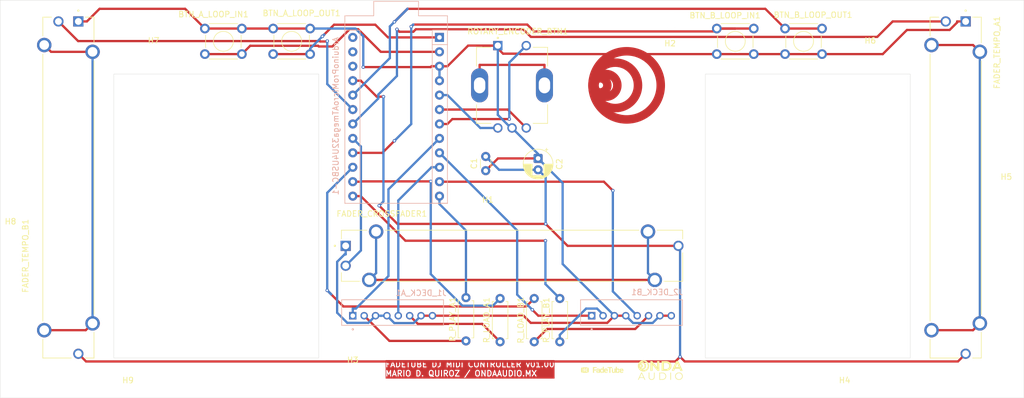
<source format=kicad_pcb>
(kicad_pcb (version 20241229) (generator "pcbnew") (generator_version "9.0")
  (layers (0 "F.Cu" signal) (2 "B.Cu" signal) (13 "F.Paste" user) (15 "B.Paste" user) (5 "F.SilkS" user "F.Silkscreen") (7 "B.SilkS" user "B.Silkscreen") (1 "F.Mask" user) (3 "B.Mask" user) (25 "Edge.Cuts" user))
  (net 0 "")
  (net 1 "GND")
  (net 2 "Net-(ROTARY_ENCODER_BTN1-SHIELD-PadSH1)")
  (net 3 "Net-(J1_DECK_A1-Pad6)")
  (net 4 "Net-(J1_DECK_A1-Pad2)")
  (net 5 "Net-(J2_DECK_B1-Pad2)")
  (net 6 "Net-(J2_DECK_B1-Pad6)")
  (net 7 "Net-(ArduinoProMicroATmega32U4USBC-1-D14)")
  (net 8 "Net-(ArduinoProMicroATmega32U4USBC-1-D20{slash}A2)")
  (net 9 "Net-(ArduinoProMicroATmega32U4USBC-1-D2)")
  (net 11 "Net-(ArduinoProMicroATmega32U4USBC-1-D18{slash}A0)")
  (net 12 "Net-(ArduinoProMicroATmega32U4USBC-1-D16)")
  (net 13 "Net-(ArduinoProMicroATmega32U4USBC-1-D7)")
  (net 14 "Net-(ArduinoProMicroATmega32U4USBC-1-D4{slash}A6)")
  (net 15 "Net-(ArduinoProMicroATmega32U4USBC-1-~D5)")
  (net 16 "Net-(ArduinoProMicroATmega32U4USBC-1-~D6{slash}A7)")
  (net 17 "Net-(ArduinoProMicroATmega32U4USBC-1-~D9{slash}A9)")
  (net 18 "Net-(ArduinoProMicroATmega32U4USBC-1-~D3)")
  (net 19 "Net-(ArduinoProMicroATmega32U4USBC-1-D19{slash}A1)")
  (net 20 "Net-(ArduinoProMicroATmega32U4USBC-1-~D10{slash}A10)")
  (net 21 "Net-(ArduinoProMicroATmega32U4USBC-1-VCC)")
  (net 23 "Net-(ArduinoProMicroATmega32U4USBC-1-D8{slash}A8)")
  (net 25 "Net-(ArduinoProMicroATmega32U4USBC-1-D0{slash}RX)")
  (net 26 "Net-(ArduinoProMicroATmega32U4USBC-1-D15)")
  (net 27 "Net-(ArduinoProMicroATmega32U4USBC-1-D1{slash}TX)")
  (net 28 "Net-(ArduinoProMicroATmega32U4USBC-1-D21{slash}A3)")
  (net 29 "Net-(FADER_CROSSFADER1-SHIELD-PadSH1)")
  (net 30 "Net-(FADER_TEMPO_A1-SHIELD-PadSH1)")
  (net 31 "Net-(FADER_TEMPO_B1-SHIELD-PadSH1)")
  (footprint "Capacitor_THT:C_Disc_D3.0mm_W1.6mm_P2.50mm" (layer "F.Cu") (at -4.63 -4.98 90)
    (property "Reference" "C1" (at 1.25 -2.05 90) (layer "F.SilkS"))
    (property "Value" "0.1 µF")
    (pad "1" thru_hole circle (at 0 0 90) (size 1.6 1.6) (drill 0.8) (layers "*.Cu" "*.Mask") (net 1 "GND"))
    (pad "2" thru_hole circle (at 2.5 0 90) (size 1.6 1.6) (drill 0.8) (layers "*.Cu" "*.Mask") (net 21 "Net-(ArduinoProMicroATmega32U4USBC-1-VCC)"))
  )
  (footprint "FADETUBE_LIBRARY:XDCR_PEC11R-4220K-S0024" (layer "F.Cu") (at 0 -20)
    (property "Reference" "ROTARY_ENCODER_BTN1" (at 1 -9.5 0) (layer "F.SilkS"))
    (property "Value" "PEC11R-4220K-S0024 10k")
    (pad "1" thru_hole rect (at -2.5 -7) (size 1.65 1.65) (drill 1.1) (layers "*.Cu" "*.Mask") (net 1 "GND"))
    (pad "2" thru_hole circle (at 2.5 -7) (size 1.65 1.65) (drill 1.1) (layers "*.Cu" "*.Mask") (net 14 "Net-(ArduinoProMicroATmega32U4USBC-1-D4{slash}A6)"))
    (pad "A" thru_hole circle (at -2.5 7.5) (size 1.65 1.65) (drill 1.1) (layers "*.Cu" "*.Mask") (net 9 "Net-(ArduinoProMicroATmega32U4USBC-1-D2)"))
    (pad "B" thru_hole circle (at 2.5 7.5) (size 1.65 1.65) (drill 1.1) (layers "*.Cu" "*.Mask") (net 18 "Net-(ArduinoProMicroATmega32U4USBC-1-~D3)"))
    (pad "C" thru_hole circle (at 0 7.5) (size 1.65 1.65) (drill 1.1) (layers "*.Cu" "*.Mask") (net 1 "GND"))
    (pad "SH1" thru_hole oval (at -5.7 0) (size 3 6) (drill oval 2 2.8) (layers "*.Cu" "*.Mask") (net 2 "Net-(ROTARY_ENCODER_BTN1-SHIELD-PadSH1)"))
    (pad "SH2" thru_hole oval (at 5.7 0) (size 3 6) (drill oval 2 2.8) (layers "*.Cu" "*.Mask") (net 2 "Net-(ROTARY_ENCODER_BTN1-SHIELD-PadSH1)"))
  )
  (footprint "MountingHole:MountingHole_2.2mm_M2" (layer "F.Cu") (at -28 31.5)
    (property "Reference" "H3" (at 0 -3.15 0) (layer "F.SilkS"))
    (property "Value" "3")
    (pad "" np_thru_hole circle (at 0 0) (size 2.2 2.2) (drill 2.2) (layers "*.Cu" "*.Mask"))
  )
  (footprint "Capacitor_THT:CP_Radial_D5.0mm_P2.00mm" (layer "F.Cu") (at 4.58 -7.1351 -90)
    (property "Reference" "C2" (at 1 -3.75 90) (layer "F.SilkS"))
    (property "Value" "10 µF")
    (pad "1" thru_hole roundrect (at 0 0 270) (size 1.6 1.6) (drill 0.8) (layers "*.Cu" "*.Mask") (roundrect_rratio 0.15625) (net 1 "GND"))
    (pad "2" thru_hole circle (at 2 0 270) (size 1.6 1.6) (drill 0.8) (layers "*.Cu" "*.Mask") (net 21 "Net-(ArduinoProMicroATmega32U4USBC-1-VCC)"))
  )
  (footprint "Button_Switch_THT:SW_TH_Tactile_Omron_B3F-107x" (layer "F.Cu") (at 36 -30)
    (property "Reference" "BTN_B_LOOP_IN1" (at 1.45 -2.3 0) (layer "F.SilkS"))
    (property "Value" "SW_Push_Open")
    (pad "1" thru_hole circle (at 0 0) (size 1.7 1.7) (drill 1) (layers "*.Cu" "*.Mask") (net 26 "Net-(ArduinoProMicroATmega32U4USBC-1-D15)"))
    (pad "1" thru_hole circle (at 6.5 0) (size 1.7 1.7) (drill 1) (layers "*.Cu" "*.Mask") (net 26 "Net-(ArduinoProMicroATmega32U4USBC-1-D15)"))
    (pad "2" thru_hole circle (at 0 4.5) (size 1.7 1.7) (drill 1) (layers "*.Cu" "*.Mask") (net 1 "GND"))
    (pad "2" thru_hole circle (at 6.5 4.5) (size 1.7 1.7) (drill 1) (layers "*.Cu" "*.Mask") (net 1 "GND"))
  )
  (footprint "FADETUBE_LIBRARY:TRIM_PTA4553-2215CIB103" (layer "F.Cu") (at 78 -2 -90)
    (property "Reference" "FADER_TEMPO_A1" (at -23.78 -7.26 90) (layer "F.SilkS"))
    (property "Value" "PTA4553-2215CIB103 10k 45mm")
    (pad "1" thru_hole rect (at -29.25 -1.75 270) (size 1.8 1.8) (drill 1.2) (layers "*.Cu" "*.Mask") (net 1 "GND"))
    (pad "2" thru_hole circle (at -29.25 1.75 270) (size 1.8 1.8) (drill 1.2) (layers "*.Cu" "*.Mask") (net 19 "Net-(ArduinoProMicroATmega32U4USBC-1-D19{slash}A1)"))
    (pad "3" thru_hole circle (at 29.25 -1.75 270) (size 1.8 1.8) (drill 1.2) (layers "*.Cu" "*.Mask") (net 21 "Net-(ArduinoProMicroATmega32U4USBC-1-VCC)"))
    (pad "SH1" thru_hole circle (at -23.9 -4.25 270) (size 2.55 2.55) (drill 1.7) (layers "*.Cu" "*.Mask") (net 30 "Net-(FADER_TEMPO_A1-SHIELD-PadSH1)"))
    (pad "SH2" thru_hole circle (at -25.1 4.25 270) (size 2.55 2.55) (drill 1.7) (layers "*.Cu" "*.Mask") (net 30 "Net-(FADER_TEMPO_A1-SHIELD-PadSH1)"))
    (pad "SH3" thru_hole circle (at 23.9 -4.25 270) (size 2.55 2.55) (drill 1.7) (layers "*.Cu" "*.Mask") (net 30 "Net-(FADER_TEMPO_A1-SHIELD-PadSH1)"))
    (pad "SH4" thru_hole circle (at 25.1 4.25 270) (size 2.55 2.55) (drill 1.7) (layers "*.Cu" "*.Mask") (net 30 "Net-(FADER_TEMPO_A1-SHIELD-PadSH1)"))
  )
  (footprint "Resistor_THT:R_Axial_DIN0207_L6.3mm_D2.5mm_P7.62mm_Horizontal" (layer "F.Cu") (at -8.1 24.99 90)
    (property "Reference" "R_PLAY_A1" (at 3.81 -2.37 90) (layer "F.SilkS"))
    (property "Value" "470 Ohms")
    (pad "1" thru_hole circle (at 0 0 90) (size 1.6 1.6) (drill 0.8) (layers "*.Cu" "*.Mask") (net 4 "Net-(J1_DECK_A1-Pad2)"))
    (pad "2" thru_hole circle (at 7.62 0 90) (size 1.6 1.6) (drill 0.8) (layers "*.Cu" "*.Mask") (net 17 "Net-(ArduinoProMicroATmega32U4USBC-1-~D9{slash}A9)"))
  )
  (footprint "FADETUBE_LIBRARY:TRIM_PTA4553-2215CIB103" (layer "F.Cu") (at 0 10)
    (property "Reference" "FADER_CROSSFADER1" (at -22.9 -7.39 0) (layer "F.SilkS"))
    (property "Value" "PTA4553-2215CIB103 10k 45mm")
    (pad "1" thru_hole rect (at -29.25 -1.75) (size 1.8 1.8) (drill 1.2) (layers "*.Cu" "*.Mask") (net 1 "GND"))
    (pad "2" thru_hole circle (at -29.25 1.75) (size 1.8 1.8) (drill 1.2) (layers "*.Cu" "*.Mask") (net 11 "Net-(ArduinoProMicroATmega32U4USBC-1-D18{slash}A0)"))
    (pad "3" thru_hole circle (at 29.25 -1.75) (size 1.8 1.8) (drill 1.2) (layers "*.Cu" "*.Mask") (net 21 "Net-(ArduinoProMicroATmega32U4USBC-1-VCC)"))
    (pad "SH1" thru_hole circle (at -23.9 -4.25) (size 2.55 2.55) (drill 1.7) (layers "*.Cu" "*.Mask") (net 29 "Net-(FADER_CROSSFADER1-SHIELD-PadSH1)"))
    (pad "SH2" thru_hole circle (at -25.1 4.25) (size 2.55 2.55) (drill 1.7) (layers "*.Cu" "*.Mask") (net 29 "Net-(FADER_CROSSFADER1-SHIELD-PadSH1)"))
    (pad "SH3" thru_hole circle (at 23.9 -4.25) (size 2.55 2.55) (drill 1.7) (layers "*.Cu" "*.Mask") (net 29 "Net-(FADER_CROSSFADER1-SHIELD-PadSH1)"))
    (pad "SH4" thru_hole circle (at 25.1 4.25) (size 2.55 2.55) (drill 1.7) (layers "*.Cu" "*.Mask") (net 29 "Net-(FADER_CROSSFADER1-SHIELD-PadSH1)"))
  )
  (footprint "MountingHole:MountingHole_2.2mm_M2" (layer "F.Cu") (at 63 -31.5)
    (property "Reference" "H6" (at -0.02 3.63 0) (layer "F.SilkS"))
    (property "Value" "6")
    (pad "" np_thru_hole circle (at 0 0) (size 2.2 2.2) (drill 2.2) (layers "*.Cu" "*.Mask"))
  )
  (footprint "MountingHole:MountingHole_2.2mm_M2" (layer "F.Cu") (at 87 0)
    (property "Reference" "H5" (at -0.1 -3.89 0) (layer "F.SilkS"))
    (property "Value" "5")
    (pad "" np_thru_hole circle (at 0 0) (size 2.2 2.2) (drill 2.2) (layers "*.Cu" "*.Mask"))
  )
  (footprint "MountingHole:MountingHole_2.2mm_M2" (layer "F.Cu") (at 0 0)
    (property "Reference" "H1" (at -4.25 0.14 0) (layer "F.SilkS"))
    (property "Value" "1")
    (pad "" np_thru_hole circle (at 0 0) (size 2.2 2.2) (drill 2.2) (layers "*.Cu" "*.Mask"))
  )
  (footprint "FADETUBE_LIBRARY:onda-audio-logo" (layer "F.Cu") (at 26.11886 30.11934)
    (property "Reference" "ONDAAUDIO-LOGO" (hide yes))
    (property "Value" "LOGO" (hide yes))
  )
  (footprint "Button_Switch_THT:SW_TH_Tactile_Omron_B3F-107x" (layer "F.Cu") (at -54 -30)
    (property "Reference" "BTN_A_LOOP_IN1" (at 1.5 -2.5 180) (layer "F.SilkS"))
    (property "Value" "SW_Push_Open")
    (pad "1" thru_hole circle (at 0 0) (size 1.7 1.7) (drill 1) (layers "*.Cu" "*.Mask") (net 1 "GND"))
    (pad "1" thru_hole circle (at 6.5 0) (size 1.7 1.7) (drill 1) (layers "*.Cu" "*.Mask") (net 1 "GND"))
    (pad "2" thru_hole circle (at 0 4.5) (size 1.7 1.7) (drill 1) (layers "*.Cu" "*.Mask") (net 25 "Net-(ArduinoProMicroATmega32U4USBC-1-D0{slash}RX)"))
    (pad "2" thru_hole circle (at 6.5 4.5) (size 1.7 1.7) (drill 1) (layers "*.Cu" "*.Mask") (net 25 "Net-(ArduinoProMicroATmega32U4USBC-1-D0{slash}RX)"))
  )
  (footprint "Resistor_THT:R_Axial_DIN0207_L6.3mm_D2.5mm_P7.62mm_Horizontal" (layer "F.Cu") (at -2.1 25.14 90)
    (property "Reference" "R_LOAD_A1" (at 3.81 -2.37 90) (layer "F.SilkS"))
    (property "Value" "470 Ohms")
    (pad "1" thru_hole circle (at 0 0 90) (size 1.6 1.6) (drill 0.8) (layers "*.Cu" "*.Mask") (net 3 "Net-(J1_DECK_A1-Pad6)"))
    (pad "2" thru_hole circle (at 7.62 0 90) (size 1.6 1.6) (drill 0.8) (layers "*.Cu" "*.Mask") (net 12 "Net-(ArduinoProMicroATmega32U4USBC-1-D16)"))
  )
  (footprint "Button_Switch_THT:SW_TH_Tactile_Omron_B3F-107x" (layer "F.Cu") (at 48 -30)
    (property "Reference" "BTN_B_LOOP_OUT1" (at 4.93 -2.39 0) (layer "F.SilkS"))
    (property "Value" "SW_Push_Open")
    (pad "1" thru_hole circle (at 0 0) (size 1.7 1.7) (drill 1) (layers "*.Cu" "*.Mask") (net 28 "Net-(ArduinoProMicroATmega32U4USBC-1-D21{slash}A3)"))
    (pad "1" thru_hole circle (at 6.5 0) (size 1.7 1.7) (drill 1) (layers "*.Cu" "*.Mask") (net 28 "Net-(ArduinoProMicroATmega32U4USBC-1-D21{slash}A3)"))
    (pad "2" thru_hole circle (at 0 4.5) (size 1.7 1.7) (drill 1) (layers "*.Cu" "*.Mask") (net 1 "GND"))
    (pad "2" thru_hole circle (at 6.5 4.5) (size 1.7 1.7) (drill 1) (layers "*.Cu" "*.Mask") (net 1 "GND"))
  )
  (footprint "MountingHole:MountingHole_2.2mm_M2" (layer "F.Cu") (at -63 31.5)
    (property "Reference" "H9" (at -4.52 0.42 0) (layer "F.SilkS"))
    (property "Value" "9")
    (pad "" np_thru_hole circle (at 0 0) (size 2.2 2.2) (drill 2.2) (layers "*.Cu" "*.Mask"))
  )
  (footprint "MountingHole:MountingHole_2.2mm_M2" (layer "F.Cu") (at -63 -31.5)
    (property "Reference" "H7" (at -0.02 3.63 0) (layer "F.SilkS"))
    (property "Value" "7")
    (pad "" np_thru_hole circle (at 0 0) (size 2.2 2.2) (drill 2.2) (layers "*.Cu" "*.Mask"))
  )
  (footprint "Button_Switch_THT:SW_TH_Tactile_Omron_B3F-107x" (layer "F.Cu") (at -42 -30)
    (property "Reference" "BTN_A_LOOP_OUT1" (at 5 -2.7 0) (layer "F.SilkS"))
    (property "Value" "SW_Push_Open")
    (pad "1" thru_hole circle (at 0 0) (size 1.7 1.7) (drill 1) (layers "*.Cu" "*.Mask") (net 1 "GND"))
    (pad "1" thru_hole circle (at 6.5 0) (size 1.7 1.7) (drill 1) (layers "*.Cu" "*.Mask") (net 1 "GND"))
    (pad "2" thru_hole circle (at 0 4.5) (size 1.7 1.7) (drill 1) (layers "*.Cu" "*.Mask") (net 27 "Net-(ArduinoProMicroATmega32U4USBC-1-D1{slash}TX)"))
    (pad "2" thru_hole circle (at 6.5 4.5) (size 1.7 1.7) (drill 1) (layers "*.Cu" "*.Mask") (net 27 "Net-(ArduinoProMicroATmega32U4USBC-1-D1{slash}TX)"))
  )
  (footprint "Resistor_THT:R_Axial_DIN0207_L6.3mm_D2.5mm_P7.62mm_Horizontal" (layer "F.Cu") (at 3.9 25.14 90)
    (property "Reference" "R_LOAD_B1" (at 3.81 -2.37 90) (layer "F.SilkS"))
    (property "Value" "470 Ohms")
    (pad "1" thru_hole circle (at 0 0 90) (size 1.6 1.6) (drill 0.8) (layers "*.Cu" "*.Mask") (net 6 "Net-(J2_DECK_B1-Pad6)"))
    (pad "2" thru_hole circle (at 7.62 0 90) (size 1.6 1.6) (drill 0.8) (layers "*.Cu" "*.Mask") (net 7 "Net-(ArduinoProMicroATmega32U4USBC-1-D14)"))
  )
  (footprint "FADETUBE_LIBRARY:fadetube-logo" (layer "F.Cu") (at 15.61886 30.11934)
    (property "Reference" "FADETUBE-LOGO" (hide yes))
    (property "Value" "LOGO" (hide yes))
  )
  (footprint "Resistor_THT:R_Axial_DIN0207_L6.3mm_D2.5mm_P7.62mm_Horizontal" (layer "F.Cu") (at 8.4 25.14 90)
    (property "Reference" "R_PLAY_B1" (at 3.81 -2.37 90) (layer "F.SilkS"))
    (property "Value" "470 Ohms")
    (pad "1" thru_hole circle (at 0 0 90) (size 1.6 1.6) (drill 0.8) (layers "*.Cu" "*.Mask") (net 5 "Net-(J2_DECK_B1-Pad2)"))
    (pad "2" thru_hole circle (at 7.62 0 90) (size 1.6 1.6) (drill 0.8) (layers "*.Cu" "*.Mask") (net 20 "Net-(ArduinoProMicroATmega32U4USBC-1-~D10{slash}A10)"))
  )
  (footprint "MountingHole:MountingHole_2.2mm_M2" (layer "F.Cu") (at 63 31.5)
    (property "Reference" "H4" (at -4.52 0.42 0) (layer "F.SilkS"))
    (property "Value" "4")
    (pad "" np_thru_hole circle (at 0 0) (size 2.2 2.2) (drill 2.2) (layers "*.Cu" "*.Mask"))
  )
  (footprint "MountingHole:MountingHole_2.2mm_M2" (layer "F.Cu") (at 28 -31.5)
    (property "Reference" "H2" (at -0.22 4.12 0) (layer "F.SilkS"))
    (property "Value" "2")
    (pad "" np_thru_hole circle (at 0 0) (size 2.2 2.2) (drill 2.2) (layers "*.Cu" "*.Mask"))
  )
  (footprint "MountingHole:MountingHole_2.2mm_M2" (layer "F.Cu") (at -87 0)
    (property "Reference" "H8" (at -1.18 3.97 0) (layer "F.SilkS"))
    (property "Value" "8")
    (pad "" np_thru_hole circle (at 0 0) (size 2.2 2.2) (drill 2.2) (layers "*.Cu" "*.Mask"))
  )
  (footprint "FADETUBE_LIBRARY:TRIM_PTA4553-2215CIB103" (layer "F.Cu") (at -78 -2 -90)
    (property "Reference" "FADER_TEMPO_B1" (at 12.03 7.55 90) (layer "F.SilkS"))
    (property "Value" "PTA4553-2215CIB103 10k 45mm")
    (pad "1" thru_hole rect (at -29.25 -1.75 270) (size 1.8 1.8) (drill 1.2) (layers "*.Cu" "*.Mask") (net 1 "GND"))
    (pad "2" thru_hole circle (at -29.25 1.75 270) (size 1.8 1.8) (drill 1.2) (layers "*.Cu" "*.Mask") (net 8 "Net-(ArduinoProMicroATmega32U4USBC-1-D20{slash}A2)"))
    (pad "3" thru_hole circle (at 29.25 -1.75 270) (size 1.8 1.8) (drill 1.2) (layers "*.Cu" "*.Mask") (net 21 "Net-(ArduinoProMicroATmega32U4USBC-1-VCC)"))
    (pad "SH1" thru_hole circle (at -23.9 -4.25 270) (size 2.55 2.55) (drill 1.7) (layers "*.Cu" "*.Mask") (net 31 "Net-(FADER_TEMPO_B1-SHIELD-PadSH1)"))
    (pad "SH2" thru_hole circle (at -25.1 4.25 270) (size 2.55 2.55) (drill 1.7) (layers "*.Cu" "*.Mask") (net 31 "Net-(FADER_TEMPO_B1-SHIELD-PadSH1)"))
    (pad "SH3" thru_hole circle (at 23.9 -4.25 270) (size 2.55 2.55) (drill 1.7) (layers "*.Cu" "*.Mask") (net 31 "Net-(FADER_TEMPO_B1-SHIELD-PadSH1)"))
    (pad "SH4" thru_hole circle (at 25.1 4.25 270) (size 2.55 2.55) (drill 1.7) (layers "*.Cu" "*.Mask") (net 31 "Net-(FADER_TEMPO_B1-SHIELD-PadSH1)"))
  )
  (footprint "FADETUBE_LIBRARY:JST_B8B-PH-K-S" (layer "B.Cu") (at -21 20 180)
    (property "Reference" "J1_DECK_A1" (at -5 3.45 0) (layer "B.SilkS") (effects (justify mirror)))
    (property "Value" "B8B-PH-K-S")
    (pad "1" thru_hole rect (at 7 -0.55 180) (size 1.308 1.308) (drill 0.8) (layers "*.Cu" "*.Mask") (net 15 "Net-(ArduinoProMicroATmega32U4USBC-1-~D5)"))
    (pad "2" thru_hole circle (at 5 -0.55 180) (size 1.308 1.308) (drill 0.8) (layers "*.Cu" "*.Mask") (net 4 "Net-(J1_DECK_A1-Pad2)"))
    (pad "3" thru_hole circle (at 3 -0.55 180) (size 1.308 1.308) (drill 0.8) (layers "*.Cu" "*.Mask") (net 1 "GND"))
    (pad "4" thru_hole circle (at 1 -0.55 180) (size 1.308 1.308) (drill 0.8) (layers "*.Cu" "*.Mask") (net 1 "GND"))
    (pad "5" thru_hole circle (at -1 -0.55 180) (size 1.308 1.308) (drill 0.8) (layers "*.Cu" "*.Mask") (net 13 "Net-(ArduinoProMicroATmega32U4USBC-1-D7)"))
    (pad "6" thru_hole circle (at -3 -0.55 180) (size 1.308 1.308) (drill 0.8) (layers "*.Cu" "*.Mask") (net 3 "Net-(J1_DECK_A1-Pad6)"))
    (pad "7" thru_hole circle (at -5 -0.55 180) (size 1.308 1.308) (drill 0.8) (layers "*.Cu" "*.Mask") (net 1 "GND"))
    (pad "8" thru_hole circle (at -7 -0.55 180) (size 1.308 1.308) (drill 0.8) (layers "*.Cu" "*.Mask") (net 1 "GND"))
  )
  (footprint "Arduino:Sparkfun_Pro_Micro" (layer "B.Cu") (at -28 -0.5)
    (property "Reference" "ArduinoProMicroATmega32U4USBC-1" (at -3 -14.08 270) (layer "B.SilkS") (effects (justify mirror)))
    (property "Value" "SPARKFUN QWIIC PRO MICRO - USB-C" (hide yes))
    (pad "1" thru_hole rect (at 15.24 -27.94) (size 1.6 1.6) (drill 0.8) (layers "*.Cu" "*.Mask") (net 27 "Net-(ArduinoProMicroATmega32U4USBC-1-D1{slash}TX)"))
    (pad "2" thru_hole oval (at 15.24 -25.4) (size 1.6 1.6) (drill 0.8) (layers "*.Cu" "*.Mask") (net 25 "Net-(ArduinoProMicroATmega32U4USBC-1-D0{slash}RX)"))
    (pad "3" thru_hole oval (at 15.24 -22.86) (size 1.6 1.6) (drill 0.8) (layers "*.Cu" "*.Mask") (net 1 "GND"))
    (pad "4" thru_hole oval (at 15.24 -20.32) (size 1.6 1.6) (drill 0.8) (layers "*.Cu" "*.Mask") (net 1 "GND"))
    (pad "5" thru_hole oval (at 15.24 -17.78) (size 1.6 1.6) (drill 0.8) (layers "*.Cu" "*.Mask") (net 9 "Net-(ArduinoProMicroATmega32U4USBC-1-D2)"))
    (pad "6" thru_hole oval (at 15.24 -15.24) (size 1.6 1.6) (drill 0.8) (layers "*.Cu" "*.Mask") (net 18 "Net-(ArduinoProMicroATmega32U4USBC-1-~D3)"))
    (pad "7" thru_hole oval (at 15.24 -12.7) (size 1.6 1.6) (drill 0.8) (layers "*.Cu" "*.Mask") (net 14 "Net-(ArduinoProMicroATmega32U4USBC-1-D4{slash}A6)"))
    (pad "8" thru_hole oval (at 15.24 -10.16) (size 1.6 1.6) (drill 0.8) (layers "*.Cu" "*.Mask") (net 15 "Net-(ArduinoProMicroATmega32U4USBC-1-~D5)"))
    (pad "9" thru_hole oval (at 15.24 -7.62) (size 1.6 1.6) (drill 0.8) (layers "*.Cu" "*.Mask") (net 16 "Net-(ArduinoProMicroATmega32U4USBC-1-~D6{slash}A7)"))
    (pad "10" thru_hole oval (at 15.24 -5.08) (size 1.6 1.6) (drill 0.8) (layers "*.Cu" "*.Mask") (net 13 "Net-(ArduinoProMicroATmega32U4USBC-1-D7)"))
    (pad "11" thru_hole oval (at 15.24 -2.54) (size 1.6 1.6) (drill 0.8) (layers "*.Cu" "*.Mask") (net 23 "Net-(ArduinoProMicroATmega32U4USBC-1-D8{slash}A8)"))
    (pad "12" thru_hole oval (at 15.24 0) (size 1.6 1.6) (drill 0.8) (layers "*.Cu" "*.Mask") (net 17 "Net-(ArduinoProMicroATmega32U4USBC-1-~D9{slash}A9)"))
    (pad "13" thru_hole oval (at 0 0) (size 1.6 1.6) (drill 0.8) (layers "*.Cu" "*.Mask") (net 20 "Net-(ArduinoProMicroATmega32U4USBC-1-~D10{slash}A10)"))
    (pad "14" thru_hole oval (at 0 -2.54) (size 1.6 1.6) (drill 0.8) (layers "*.Cu" "*.Mask") (net 12 "Net-(ArduinoProMicroATmega32U4USBC-1-D16)"))
    (pad "15" thru_hole oval (at 0 -5.08) (size 1.6 1.6) (drill 0.8) (layers "*.Cu" "*.Mask") (net 7 "Net-(ArduinoProMicroATmega32U4USBC-1-D14)"))
    (pad "16" thru_hole oval (at 0 -7.62) (size 1.6 1.6) (drill 0.8) (layers "*.Cu" "*.Mask") (net 26 "Net-(ArduinoProMicroATmega32U4USBC-1-D15)"))
    (pad "17" thru_hole oval (at 0 -10.16) (size 1.6 1.6) (drill 0.8) (layers "*.Cu" "*.Mask") (net 11 "Net-(ArduinoProMicroATmega32U4USBC-1-D18{slash}A0)"))
    (pad "18" thru_hole oval (at 0 -12.7) (size 1.6 1.6) (drill 0.8) (layers "*.Cu" "*.Mask") (net 19 "Net-(ArduinoProMicroATmega32U4USBC-1-D19{slash}A1)"))
    (pad "19" thru_hole oval (at 0 -15.24) (size 1.6 1.6) (drill 0.8) (layers "*.Cu" "*.Mask") (net 8 "Net-(ArduinoProMicroATmega32U4USBC-1-D20{slash}A2)"))
    (pad "20" thru_hole oval (at 0 -17.78) (size 1.6 1.6) (drill 0.8) (layers "*.Cu" "*.Mask") (net 28 "Net-(ArduinoProMicroATmega32U4USBC-1-D21{slash}A3)"))
    (pad "21" thru_hole oval (at 0 -20.32) (size 1.6 1.6) (drill 0.8) (layers "*.Cu" "*.Mask") (net 21 "Net-(ArduinoProMicroATmega32U4USBC-1-VCC)"))
    (pad "22" thru_hole oval (at 0 -22.86) (size 1.6 1.6) (drill 0.8) (layers "*.Cu" "*.Mask"))
    (pad "23" thru_hole oval (at 0 -25.4) (size 1.6 1.6) (drill 0.8) (layers "*.Cu" "*.Mask"))
    (pad "24" thru_hole oval (at 0 -27.94) (size 1.6 1.6) (drill 0.8) (layers "*.Cu" "*.Mask"))
  )
  (footprint "FADETUBE_LIBRARY:JST_B8B-PH-K-S" (layer "B.Cu") (at 21 20 180)
    (property "Reference" "J2_DECK_B1" (at -4.5 3.585 0) (layer "B.SilkS") (effects (justify mirror)))
    (property "Value" "B8B-PH-K-S")
    (pad "1" thru_hole rect (at 7 -0.55 180) (size 1.308 1.308) (drill 0.8) (layers "*.Cu" "*.Mask") (net 16 "Net-(ArduinoProMicroATmega32U4USBC-1-~D6{slash}A7)"))
    (pad "2" thru_hole circle (at 5 -0.55 180) (size 1.308 1.308) (drill 0.8) (layers "*.Cu" "*.Mask") (net 5 "Net-(J2_DECK_B1-Pad2)"))
    (pad "3" thru_hole circle (at 3 -0.55 180) (size 1.308 1.308) (drill 0.8) (layers "*.Cu" "*.Mask") (net 1 "GND"))
    (pad "4" thru_hole circle (at 1 -0.55 180) (size 1.308 1.308) (drill 0.8) (layers "*.Cu" "*.Mask") (net 1 "GND"))
    (pad "5" thru_hole circle (at -1 -0.55 180) (size 1.308 1.308) (drill 0.8) (layers "*.Cu" "*.Mask") (net 23 "Net-(ArduinoProMicroATmega32U4USBC-1-D8{slash}A8)"))
    (pad "6" thru_hole circle (at -3 -0.55 180) (size 1.308 1.308) (drill 0.8) (layers "*.Cu" "*.Mask") (net 6 "Net-(J2_DECK_B1-Pad6)"))
    (pad "7" thru_hole circle (at -5 -0.55 180) (size 1.308 1.308) (drill 0.8) (layers "*.Cu" "*.Mask") (net 1 "GND"))
    (pad "8" thru_hole circle (at -7 -0.55 180) (size 1.308 1.308) (drill 0.8) (layers "*.Cu" "*.Mask") (net 1 "GND"))
  )
  (gr_circle (center 16.51 -20) (end 18.51 -20) (stroke (width 1.5)) (fill no) (layer "F.Cu"))
  (gr_circle (center 20.146039 -20) (end 26.146039 -20) (stroke (width 1.5)) (fill no) (layer "F.Cu") (net 1))
  (gr_circle (center 15.51 -20) (end 16.01 -20) (stroke (width 1.5)) (fill no) (layer "F.Cu"))
  (gr_circle (center 18.146039 -20) (end 22.146039 -20) (stroke (width 1.5)) (fill no) (layer "F.Cu") (net 1))
  (gr_rect (start -90 -35) (end 90 35) (stroke (width 0.05)) (fill no) (layer "Edge.Cuts"))
  (gr_rect (start -70 -22) (end -34 28) (stroke (width 0.05)) (fill no) (layer "Edge.Cuts"))
  (gr_rect (start 34 -22) (end 70 28) (stroke (width 0.05)) (fill no) (layer "Edge.Cuts"))
  (gr_text "FADETUBE DJ MIDI CONTROLLER v01.00\nMARIO D. QUIROZ / ONDAAUDIO.MX" (at -22.38 31.31 0) (layer "F.Cu" knockout) (effects (font (size 1 1) (thickness 0.1875)) (justify left bottom)))
  (segment (start 65.1778 -25.5) (end 54.5 -25.5) (width 0.4) (layer "F.Cu") (net 1))
  (segment (start -7.7183 -27) (end -11.3583 -23.36) (width 0.4) (layer "F.Cu") (net 1))
  (segment (start -2.4749 -7.1351) (end 4.58 -7.1351) (width 0.4) (layer "F.Cu") (net 1))
  (segment (start -26.1549 -23.2143) (end -14.3074 -23.2143) (width 0.4) (layer "F.Cu") (net 1))
  (segment (start -5.1091 -27) (end -7.7183 -27) (width 0.4) (layer "F.Cu") (net 1))
  (segment (start -4.63 -4.98) (end -2.4749 -7.1351) (width 0.4) (layer "F.Cu") (net 1))
  (segment (start -74.7483 -31.25) (end -72.5257 -33.4726) (width 0.4) (layer "F.Cu") (net 1))
  (segment (start 54.5 -25.5) (end 48 -25.5) (width 0.4) (layer "F.Cu") (net 1))
  (segment (start -12.76 -23.36) (end -11.3583 -23.36) (width 0.4) (layer "F.Cu") (net 1))
  (segment (start -5.1091 -27) (end -3.0087 -27) (width 0.4) (layer "F.Cu") (net 1))
  (segment (start 36 -25.5) (end 42.5 -25.5) (width 0.4) (layer "F.Cu") (net 1))
  (segment (start 79.75 -31.25) (end 78.2483 -31.25) (width 0.4) (layer "F.Cu") (net 1))
  (segment (start 18 20.55) (end 16.7402 21.8098) (width 0.4) (layer "F.Cu") (net 1))
  (segment (start -76.25 -31.25) (end -74.7483 -31.25) (width 0.4) (layer "F.Cu") (net 1))
  (segment (start 69.4261 -29.7483) (end 65.1778 -25.5) (width 0.4) (layer "F.Cu") (net 1))
  (segment (start 20 20.55) (end 18 20.55) (width 0.4) (layer "F.Cu") (net 1))
  (segment (start -3.0087 -27) (end -1.5835 -25.5748) (width 0.4) (layer "F.Cu") (net 1))
  (segment (start 78.2483 -31.0622) (end 76.9344 -29.7483) (width 0.4) (layer "F.Cu") (net 1))
  (segment (start 42.5 -25.5) (end 48 -25.5) (width 0.4) (layer "F.Cu") (net 1))
  (segment (start -72.5257 -33.4726) (end -57.4726 -33.4726) (width 0.4) (layer "F.Cu") (net 1))
  (segment (start 76.9344 -29.7483) (end 69.4261 -29.7483) (width 0.4) (layer "F.Cu") (net 1))
  (segment (start 78.2483 -31.25) (end 78.2483 -31.0622) (width 0.4) (layer "F.Cu") (net 1))
  (segment (start -54 -30) (end -47.5 -30) (width 0.4) (layer "F.Cu") (net 1))
  (segment (start 16.7402 21.8098) (end 3.2881 21.8098) (width 0.4) (layer "F.Cu") (net 1))
  (segment (start -57.4726 -33.4726) (end -54 -30) (width 0.4) (layer "F.Cu") (net 1))
  (segment (start 2.0283 20.55) (end -14 20.55) (width 0.4) (layer "F.Cu") (net 1))
  (segment (start -1.5835 -25.5748) (end 1.3516 -25.5748) (width 0.4) (layer "F.Cu") (net 1))
  (segment (start -35.5 -30) (end -42 -30) (width 0.4) (layer "F.Cu") (net 1))
  (segment (start 1.3516 -25.5748) (end 1.4264 -25.5) (width 0.4) (layer "F.Cu") (net 1))
  (segment (start 28 20.55) (end 26 20.55) (width 0.4) (layer "F.Cu") (net 1))
  (segment (start 1.4264 -25.5) (end 36 -25.5) (width 0.4) (layer "F.Cu") (net 1))
  (segment (start -2.5 -27) (end -5.1091 -27) (width 0.4) (layer "F.Cu") (net 1))
  (segment (start -14 20.55) (end -16 20.55) (width 0.4) (layer "F.Cu") (net 1))
  (segment (start -14.3074 -23.2143) (end -14.1617 -23.36) (width 0.4) (layer "F.Cu") (net 1))
  (segment (start 3.2881 21.8098) (end 2.0283 20.55) (width 0.4) (layer "F.Cu") (net 1))
  (segment (start -42 -30) (end -47.5 -30) (width 0.4) (layer "F.Cu") (net 1))
  (segment (start -12.76 -23.36) (end -14.1617 -23.36) (width 0.4) (layer "F.Cu") (net 1))
  (via (at -26.1549 -23.2143) (size 0.6) (drill 0.3) (layers "F.Cu" "B.Cu") (net 1))
  (segment (start -29.25 8.25) (end -29.25 9.7517) (width 0.4) (layer "B.Cu") (net 1))
  (segment (start -20.7024 21.8476) (end -22 20.55) (width 0.4) (layer "B.Cu") (net 1))
  (segment (start 8.8951 11.4451) (end 8.8951 -2.82) (width 0.4) (layer "B.Cu") (net 1))
  (segment (start -26.1549 -28.6231) (end -26.1549 -23.2143) (width 0.4) (layer "B.Cu") (net 1))
  (segment (start -35.5 -30) (end -27.5318 -30) (width 0.4) (layer "B.Cu") (net 1))
  (segment (start -23 20.55) (end -23.0827 20.55) (width 0.4) (layer "B.Cu") (net 1))
  (segment (start -2.5 -14.8037) (end -0.1963 -12.5) (width 0.4) (layer "B.Cu") (net 1))
  (segment (start 21.2856 21.8356) (end 20 20.55) (width 0.4) (layer "B.Cu") (net 1))
  (segment (start 24.7144 21.8356) (end 21.2856 21.8356) (width 0.4) (layer "B.Cu") (net 1))
  (segment (start -30.7517 20.0249) (end -30.7517 11.0656) (width 0.4) (layer "B.Cu") (net 1))
  (segment (start 26 20.55) (end 24.7144 21.8356) (width 0.4) (layer "B.Cu") (net 1))
  (segment (start -12.76 -20.82) (end -12.76 -23.36) (width 0.4) (layer "B.Cu") (net 1))
  (segment (start -22 20.55) (end -23 20.55) (width 0.4) (layer "B.Cu") (net 1))
  (segment (start -28.9709 21.8057) (end -30.7517 20.0249) (width 0.4) (layer "B.Cu") (net 1))
  (segment (start 4.58 -7.92) (end 0 -12.5) (width 0.4) (layer "B.Cu") (net 1))
  (segment (start -24 20.55) (end -25.2557 21.8057) (width 0.4) (layer "B.Cu") (net 1))
  (segment (start -27.5318 -30) (end -26.1549 -28.6231) (width 0.4) (layer "B.Cu") (net 1))
  (segment (start -25.2557 21.8057) (end -28.9709 21.8057) (width 0.4) (layer "B.Cu") (net 1))
  (segment (start -2.5 -27) (end -2.5 -14.8037) (width 0.4) (layer "B.Cu") (net 1))
  (segment (start -16 20.55) (end -17.2976 21.8476) (width 0.4) (layer "B.Cu") (net 1))
  (segment (start -0.1963 -12.5) (end 0 -12.5) (width 0.4) (layer "B.Cu") (net 1))
  (segment (start -30.7517 11.0656) (end -29.4378 9.7517) (width 0.4) (layer "B.Cu") (net 1))
  (segment (start 18 20.55) (end 8.8951 11.4451) (width 0.4) (layer "B.Cu") (net 1))
  (segment (start -23.0827 20.55) (end -24 20.55) (width 0.4) (layer "B.Cu") (net 1))
  (segment (start 8.8951 -2.82) (end 4.58 -7.1351) (width 0.4) (layer "B.Cu") (net 1))
  (segment (start 4.58 -7.1351) (end 4.58 -7.92) (width 0.4) (layer "B.Cu") (net 1))
  (segment (start -17.2976 21.8476) (end -20.7024 21.8476) (width 0.4) (layer "B.Cu") (net 1))
  (segment (start -29.4378 9.7517) (end -29.25 9.7517) (width 0.4) (layer "B.Cu") (net 1))
  (segment (start -5.7 -20) (end -5.7 -23.6017) (width 0.4) (layer "F.Cu") (net 2))
  (segment (start 5.7 -23.6017) (end -5.7 -23.6017) (width 0.4) (layer "F.Cu") (net 2))
  (segment (start 5.7 -20) (end 5.7 -23.6017) (width 0.4) (layer "F.Cu") (net 2))
  (segment (start -18 20.55) (end -16.5544 21.9956) (width 0.4) (layer "F.Cu") (net 3))
  (segment (start -16.5544 21.9956) (end -5.2444 21.9956) (width 0.4) (layer "F.Cu") (net 3))
  (segment (start -5.2444 21.9956) (end -2.1 25.14) (width 0.4) (layer "F.Cu") (net 3))
  (segment (start -8.1 24.99) (end -21.56 24.99) (width 0.4) (layer "F.Cu") (net 4))
  (segment (start -21.56 24.99) (end -26 20.55) (width 0.4) (layer "F.Cu") (net 4))
  (segment (start 14.9424 19.2943) (end 13.0282 19.2943) (width 0.4) (layer "B.Cu") (net 5))
  (segment (start 16 20.3519) (end 14.9424 19.2943) (width 0.4) (layer "B.Cu") (net 5))
  (segment (start 13.0282 19.2943) (end 8.4 23.9225) (width 0.4) (layer "B.Cu") (net 5))
  (segment (start 16 20.55) (end 16 20.3519) (width 0.4) (layer "B.Cu") (net 5))
  (segment (start 8.4 23.9225) (end 8.4 25.14) (width 0.4) (layer "B.Cu") (net 5))
  (segment (start 6.1481 22.8919) (end 3.9 25.14) (width 0.4) (layer "F.Cu") (net 6))
  (segment (start 24 20.55) (end 21.6581 22.8919) (width 0.4) (layer "F.Cu") (net 6))
  (segment (start 21.6581 22.8919) (end 6.1481 22.8919) (width 0.4) (layer "F.Cu") (net 6))
  (segment (start -32.495 16.0875) (end -31.8025 16.78) (width 0.4) (layer "F.Cu") (net 7))
  (segment (start -31.8025 16.78) (end -32.495 16.0875) (width 0.4) (layer "F.Cu") (net 7))
  (segment (start -29.6562 18.9263) (end -32.495 16.0875) (width 0.4) (layer "F.Cu") (net 7))
  (segment (start 3.9 17.52) (end 2.4937 18.9263) (width 0.4) (layer "F.Cu") (net 7))
  (segment (start 2.4937 18.9263) (end -29.6562 18.9263) (width 0.4) (layer "F.Cu") (net 7))
  (via (at -32.495 16.0875) (size 0.6) (drill 0.3) (layers "F.Cu" "B.Cu") (net 7))
  (segment (start -32.495 -1.085) (end -28 -5.58) (width 0.4) (layer "B.Cu") (net 7))
  (segment (start -32.495 16.0875) (end -32.495 -1.085) (width 0.4) (layer "B.Cu") (net 7))
  (segment (start -32.495 16.0875) (end -31.8025 16.78) (width 0.4) (layer "B.Cu") (net 7))
  (segment (start -31.8025 16.78) (end -32.495 16.0875) (width 0.4) (layer "B.Cu") (net 7))
  (segment (start -79.75 -31.25) (end -76.2959 -27.7959) (width 0.4) (layer "F.Cu") (net 8))
  (segment (start -33.7902 -27.7959) (end -33.7156 -27.7213) (width 0.4) (layer "F.Cu") (net 8))
  (segment (start -32.5628 -27.7213) (end -32.4882 -27.7959) (width 0.4) (layer "F.Cu") (net 8))
  (segment (start -33.7156 -27.7213) (end -32.5628 -27.7213) (width 0.4) (layer "F.Cu") (net 8))
  (segment (start -76.2959 -27.7959) (end -33.7902 -27.7959) (width 0.4) (layer "F.Cu") (net 8))
  (via (at -32.4882 -27.7959) (size 0.6) (drill 0.3) (layers "F.Cu" "B.Cu") (net 8))
  (segment (start -32.4882 -20.2282) (end -32.4882 -27.7959) (width 0.4) (layer "B.Cu") (net 8))
  (segment (start -28 -15.74) (end -32.4882 -20.2282) (width 0.4) (layer "B.Cu") (net 8))
  (segment (start -2.5 -12.5) (end -5.5783 -12.5) (width 0.4) (layer "B.Cu") (net 9))
  (segment (start -12.76 -18.28) (end -11.3583 -18.28) (width 0.4) (layer "B.Cu") (net 9))
  (segment (start -5.5783 -12.5) (end -11.3583 -18.28) (width 0.4) (layer "B.Cu") (net 9))
  (segment (start -26.5662 -9.2262) (end -26.5662 9.0662) (width 0.4) (layer "B.Cu") (net 11))
  (segment (start -28 -10.66) (end -26.5662 -9.2262) (width 0.4) (layer "B.Cu") (net 11))
  (segment (start -26.5662 9.0662) (end -29.25 11.75) (width 0.4) (layer "B.Cu") (net 11))
  (segment (start -26.5459 -3.0924) (end -26.5983 -3.04) (width 0.4) (layer "F.Cu") (net 12))
  (segment (start -28 -3.04) (end -26.5983 -3.04) (width 0.4) (layer "F.Cu") (net 12))
  (segment (start -14.2903 -3.0924) (end -26.5459 -3.0924) (width 0.4) (layer "F.Cu") (net 12))
  (via (at -14.2903 -3.0924) (size 0.6) (drill 0.3) (layers "F.Cu" "B.Cu") (net 12))
  (segment (start -8.7289 18.7889) (end -14.2903 13.2275) (width 0.4) (layer "B.Cu") (net 12))
  (segment (start -3.3689 18.7889) (end -8.7289 18.7889) (width 0.4) (layer "B.Cu") (net 12))
  (segment (start -2.1 17.52) (end -3.3689 18.7889) (width 0.4) (layer "B.Cu") (net 12))
  (segment (start -14.2903 13.2275) (end -14.2903 -3.0924) (width 0.4) (layer "B.Cu") (net 12))
  (segment (start -20 20.55) (end -20 0.2583) (width 0.4) (layer "B.Cu") (net 13))
  (segment (start -20 0.2583) (end -14.1617 -5.58) (width 0.4) (layer "B.Cu") (net 13))
  (segment (start -12.76 -5.58) (end -14.1617 -5.58) (width 0.4) (layer "B.Cu") (net 13))
  (segment (start -10.4976 -14.0607) (end -0.4819 -14.0607) (width 0.4) (layer "F.Cu") (net 14))
  (segment (start -12.76 -13.2) (end -11.3583 -13.2) (width 0.4) (layer "F.Cu") (net 14))
  (segment (start -11.3583 -13.2) (end -10.4976 -14.0607) (width 0.4) (layer "F.Cu") (net 14))
  (via (at -0.4819 -14.0607) (size 0.6) (drill 0.3) (layers "F.Cu" "B.Cu") (net 14))
  (segment (start -0.4819 -14.0607) (end -0.4819 -24.0181) (width 0.4) (layer "B.Cu") (net 14))
  (segment (start -0.4819 -24.0181) (end 2.5 -27) (width 0.4) (layer "B.Cu") (net 14))
  (segment (start -21.7295 13.5732) (end -27.4506 19.2943) (width 0.4) (layer "B.Cu") (net 15))
  (segment (start -21.7295 -1.6905) (end -21.7295 13.5732) (width 0.4) (layer "B.Cu") (net 15))
  (segment (start -28 20.55) (end -28 19.2943) (width 0.4) (layer "B.Cu") (net 15))
  (segment (start -12.76 -10.66) (end -21.7295 -1.6905) (width 0.4) (layer "B.Cu") (net 15))
  (segment (start -27.4506 19.2943) (end -28 19.2943) (width 0.4) (layer "B.Cu") (net 15))
  (segment (start 3.5724 19.509) (end 4.6134 20.55) (width 0.4) (layer "F.Cu") (net 16))
  (segment (start 4.6134 20.55) (end 14 20.55) (width 0.4) (layer "F.Cu") (net 16))
  (via (at 3.5724 19.509) (size 0.6) (drill 0.3) (layers "F.Cu" "B.Cu") (net 16))
  (segment (start -12.76 -8.12) (end 0.9 5.54) (width 0.4) (layer "B.Cu") (net 16))
  (segment (start 0.9 5.54) (end 0.9 16.8366) (width 0.4) (layer "B.Cu") (net 16))
  (segment (start 0.9 16.8366) (end 3.5724 19.509) (width 0.4) (layer "B.Cu") (net 16))
  (segment (start -12.76 -0.5) (end -12.76 0.9017) (width 0.4) (layer "B.Cu") (net 17))
  (segment (start -12.76 0.9017) (end -8.1 5.5617) (width 0.4) (layer "B.Cu") (net 17))
  (segment (start -8.1 5.5617) (end -8.1 17.37) (width 0.4) (layer "B.Cu") (net 17))
  (segment (start 2.5 -12.5) (end -0.74 -15.74) (width 0.4) (layer "F.Cu") (net 18))
  (segment (start -0.74 -15.74) (end -12.76 -15.74) (width 0.4) (layer "F.Cu") (net 18))
  (segment (start -20.2348 -29.8603) (end -19.8115 -29.437) (width 0.4) (layer "F.Cu") (net 19))
  (segment (start 1.9631 -29.8741) (end 3.3083 -28.5289) (width 0.4) (layer "F.Cu") (net 19))
  (segment (start -16.9139 -29.8741) (end 1.9631 -29.8741) (width 0.4) (layer "F.Cu") (net 19))
  (segment (start 64.2036 -28.5289) (end 66.9247 -31.25) (width 0.4) (layer "F.Cu") (net 19))
  (segment (start -17.351 -29.437) (end -16.9139 -29.8741) (width 0.4) (layer "F.Cu") (net 19))
  (segment (start 66.9247 -31.25) (end 76.25 -31.25) (width 0.4) (layer "F.Cu") (net 19))
  (segment (start 3.3083 -28.5289) (end 64.2036 -28.5289) (width 0.4) (layer "F.Cu") (net 19))
  (segment (start -19.8115 -29.437) (end -17.351 -29.437) (width 0.4) (layer "F.Cu") (net 19))
  (via (at -20.2348 -29.8603) (size 0.6) (drill 0.3) (layers "F.Cu" "B.Cu") (net 19))
  (segment (start -20.2348 -29.8603) (end -20.2348 -21.6546) (width 0.4) (layer "B.Cu") (net 19))
  (segment (start -20.2348 -29.8603) (end -20.2348 -29.8604) (width 0.4) (layer "B.Cu") (net 19))
  (segment (start -23.5117 -18.3777) (end -23.5117 -17.6883) (width 0.4) (layer "B.Cu") (net 19))
  (segment (start -20.2348 -21.6546) (end -23.5117 -18.3777) (width 0.4) (layer "B.Cu") (net 19))
  (segment (start -23.5117 -17.6883) (end -28 -13.2) (width 0.4) (layer "B.Cu") (net 19))
  (segment (start -20.2348 -29.8604) (end -20.2348 -29.8603) (width 0.4) (layer "B.Cu") (net 19))
  (segment (start -18.7486 7.3497) (end 5.8711 7.3497) (width 0.4) (layer "F.Cu") (net 20))
  (segment (start -26.5983 -0.5) (end -18.7486 7.3497) (width 0.4) (layer "F.Cu") (net 20))
  (segment (start -28 -0.5) (end -26.5983 -0.5) (width 0.4) (layer "F.Cu") (net 20))
  (via (at 5.8711 7.3497) (size 0.6) (drill 0.3) (layers "F.Cu" "B.Cu") (net 20))
  (segment (start 5.8711 14.9911) (end 8.4 17.52) (width 0.4) (layer "B.Cu") (net 20))
  (segment (start 5.8711 7.3497) (end 5.8711 14.9911) (width 0.4) (layer "B.Cu") (net 20))
  (segment (start 30.3573 28.6037) (end 29.5411 27.7875) (width 0.4) (layer "F.Cu") (net 21))
  (segment (start -28 -20.82) (end -26.5983 -20.82) (width 0.4) (layer "F.Cu") (net 21))
  (segment (start 5.9083 4.3875) (end -20.1529 4.3875) (width 0.4) (layer "F.Cu") (net 21))
  (segment (start -26.5983 -20.82) (end -23.7826 -18.0043) (width 0.4) (layer "F.Cu") (net 21))
  (segment (start 9.7708 8.25) (end 5.9083 4.3875) (width 0.4) (layer "F.Cu") (net 21))
  (segment (start 28.7235 28.6051) (end 29.5411 27.7875) (width 0.4) (layer "F.Cu") (net 21))
  (segment (start -76.25 27.25) (end -74.8949 28.6051) (width 0.4) (layer "F.Cu") (net 21))
  (segment (start 78.3963 28.6037) (end 30.3573 28.6037) (width 0.4) (layer "F.Cu") (net 21))
  (segment (start -23.7826 -18.0043) (end -22.61 -18.0043) (width 0.4) (layer "F.Cu") (net 21))
  (segment (start 79.75 27.25) (end 78.3963 28.6037) (width 0.4) (layer "F.Cu") (net 21))
  (segment (start -20.1529 4.3875) (end -23.3553 1.1851) (width 0.4) (layer "F.Cu") (net 21))
  (segment (start 29.25 8.25) (end 9.7708 8.25) (width 0.4) (layer "F.Cu") (net 21))
  (segment (start -74.8949 28.6051) (end 28.7235 28.6051) (width 0.4) (layer "F.Cu") (net 21))
  (via (at -22.61 -18.0043) (size 0.6) (drill 0.3) (layers "F.Cu" "B.Cu") (net 21))
  (via (at -23.3553 1.1851) (size 0.6) (drill 0.3) (layers "F.Cu" "B.Cu") (net 21))
  (via (at 29.5411 27.7875) (size 0.6) (drill 0.3) (layers "F.Cu" "B.Cu") (net 21))
  (via (at 5.9083 4.3875) (size 0.6) (drill 0.3) (layers "F.Cu" "B.Cu") (net 21))
  (segment (start 29.5411 8.5411) (end 29.25 8.25) (width 0.4) (layer "B.Cu") (net 21))
  (segment (start -22.61 0.4398) (end -23.3553 1.1851) (width 0.4) (layer "B.Cu") (net 21))
  (segment (start 5.9083 -3.8068) (end 4.58 -5.1351) (width 0.4) (layer "B.Cu") (net 21))
  (segment (start -2.2851 -5.1351) (end -4.63 -7.48) (width 0.4) (layer "B.Cu") (net 21))
  (segment (start 29.5411 27.7875) (end 29.5411 8.5411) (width 0.4) (layer "B.Cu") (net 21))
  (segment (start -22.61 -18.0043) (end -22.61 0.4398) (width 0.4) (layer "B.Cu") (net 21))
  (segment (start 4.58 -5.1351) (end -2.2851 -5.1351) (width 0.4) (layer "B.Cu") (net 21))
  (segment (start 5.9083 4.3875) (end 5.9083 -3.8068) (width 0.4) (layer "B.Cu") (net 21))
  (segment (start -12.76 -3.04) (end 16.1472 -3.04) (width 0.4) (layer "F.Cu") (net 23))
  (segment (start 16.1472 -3.04) (end 17.7247 -1.4625) (width 0.4) (layer "F.Cu") (net 23))
  (via (at 17.7247 -1.4625) (size 0.6) (drill 0.3) (layers "F.Cu" "B.Cu") (net 23))
  (segment (start 22 20.55) (end 17.7247 16.2747) (width 0.4) (layer "B.Cu") (net 23))
  (segment (start 17.7247 16.2747) (end 17.7247 -1.4625) (width 0.4) (layer "B.Cu") (net 23))
  (segment (start -27.0493 -29.8714) (end -23.0779 -25.9) (width 0.4) (layer "F.Cu") (net 25))
  (segment (start -34.0968 -26.9688) (end -33.9703 -26.8423) (width 0.4) (layer "F.Cu") (net 25))
  (segment (start -46.0312 -26.9688) (end -34.0968 -26.9688) (width 0.4) (layer "F.Cu") (net 25))
  (segment (start -23.0779 -25.9) (end -12.76 -25.9) (width 0.4) (layer "F.Cu") (net 25))
  (segment (start -47.5 -25.5) (end -54 -25.5) (width 0.4) (layer "F.Cu") (net 25))
  (segment (start -28.5606 -29.8714) (end -27.0493 -29.8714) (width 0.4) (layer "F.Cu") (net 25))
  (segment (start -31.5897 -26.8423) (end -28.5606 -29.8714) (width 0.4) (layer "F.Cu") (net 25))
  (segment (start -33.9703 -26.8423) (end -31.5897 -26.8423) (width 0.4) (layer "F.Cu") (net 25))
  (segment (start -47.5 -25.5) (end -46.0312 -26.9688) (width 0.4) (layer "F.Cu") (net 25))
  (segment (start 36 -30) (end 39.25 -30) (width 0.4) (layer "F.Cu") (net 26))
  (segment (start 3.8809 -29.4933) (end 35.9887 -29.4933) (width 0.4) (layer "F.Cu") (net 26))
  (segment (start -22.7961 -8.12) (end -20.6786 -10.2375) (width 0.4) (layer "F.Cu") (net 26))
  (segment (start 35.9887 -29.4933) (end 36.4954 -30) (width 0.4) (layer "F.Cu") (net 26))
  (segment (start -28 -8.12) (end -22.7961 -8.12) (width 0.4) (layer "F.Cu") (net 26))
  (segment (start -17.3615 -30.7017) (end -17.7245 -30.3387) (width 0.4) (layer "F.Cu") (net 26))
  (segment (start -17.3615 -30.7017) (end -17.7245 -30.3387) (width 0.4) (layer "F.Cu") (net 26))
  (segment (start 36.4954 -30) (end 39.25 -30) (width 0.4) (layer "F.Cu") (net 26))
  (segment (start 39.25 -30) (end 42.5 -30) (width 0.4) (layer "F.Cu") (net 26))
  (segment (start 2.6725 -30.7017) (end 3.8809 -29.4933) (width 0.4) (layer "F.Cu") (net 26))
  (segment (start -17.7245 -30.3387) (end -17.3615 -30.7017) (width 0.4) (layer "F.Cu") (net 26))
  (segment (start -17.3615 -30.7017) (end 2.6725 -30.7017) (width 0.4) (layer "F.Cu") (net 26))
  (via (at -20.6786 -10.2375) (size 0.6) (drill 0.3) (layers "F.Cu" "B.Cu") (net 26))
  (via (at -17.7245 -30.3387) (size 0.6) (drill 0.3) (layers "F.Cu" "B.Cu") (net 26))
  (segment (start -17.36 -30.7032) (end -17.7245 -30.3387) (width 0.4) (layer "B.Cu") (net 26))
  (segment (start -17.7245 -13.1916) (end -20.6786 -10.2375) (width 0.4) (layer "B.Cu") (net 26))
  (segment (start -17.7245 -30.3387) (end -17.36 -30.7032) (width 0.4) (layer "B.Cu") (net 26))
  (segment (start -17.7245 -30.3387) (end -17.7245 -13.1916) (width 0.4) (layer "B.Cu") (net 26))
  (segment (start -21.809 -28.44) (end -24.0421 -30.6731) (width 0.4) (layer "F.Cu") (net 27))
  (segment (start -35.5 -25.5) (end -42 -25.5) (width 0.4) (layer "F.Cu") (net 27))
  (segment (start -12.76 -28.44) (end -21.809 -28.44) (width 0.4) (layer "F.Cu") (net 27))
  (segment (start -31.2921 -30.6731) (end -33.3422 -28.623) (width 0.4) (layer "F.Cu") (net 27))
  (segment (start -33.016 -28.9492) (end -33.3422 -28.623) (width 0.4) (layer "F.Cu") (net 27))
  (segment (start -33.3422 -28.623) (end -33.016 -28.9492) (width 0.4) (layer "F.Cu") (net 27))
  (segment (start -24.0421 -30.6731) (end -31.2921 -30.6731) (width 0.4) (layer "F.Cu") (net 27))
  (via (at -33.3422 -28.623) (size 0.6) (drill 0.3) (layers "F.Cu" "B.Cu") (net 27))
  (segment (start -33.3422 -28.623) (end -33.016 -28.9492) (width 0.4) (layer "B.Cu") (net 27))
  (segment (start -33.3422 -28.623) (end -35.5 -26.4652) (width 0.4) (layer "B.Cu") (net 27))
  (segment (start -35.5 -26.4652) (end -35.5 -25.5) (width 0.4) (layer "B.Cu") (net 27))
  (segment (start -33.016 -28.9492) (end -33.3422 -28.623) (width 0.4) (layer "B.Cu") (net 27))
  (segment (start -18.383 -33.4702) (end 44.5298 -33.4702) (width 0.4) (layer "F.Cu") (net 28))
  (segment (start -18.383 -33.4702) (end -20.6786 -31.1746) (width 0.4) (layer "F.Cu") (net 28))
  (segment (start 44.5298 -33.4702) (end 48 -30) (width 0.4) (layer "F.Cu") (net 28))
  (segment (start -20.6786 -31.1746) (end -18.383 -33.4702) (width 0.4) (layer "F.Cu") (net 28))
  (segment (start 54.5 -30) (end 48 -30) (width 0.4) (layer "F.Cu") (net 28))
  (segment (start -20.6786 -31.1746) (end -18.383 -33.4702) (width 0.4) (layer "F.Cu") (net 28))
  (via (at -20.6786 -31.1746) (size 0.6) (drill 0.3) (layers "F.Cu" "B.Cu") (net 28))
  (segment (start -28 -18.28) (end -21.4803 -24.7997) (width 0.4) (layer "B.Cu") (net 28))
  (segment (start -20.6786 -31.1746) (end -18.383 -33.4702) (width 0.4) (layer "B.Cu") (net 28))
  (segment (start -21.4803 -24.7997) (end -21.4803 -30.3729) (width 0.4) (layer "B.Cu") (net 28))
  (segment (start -21.4803 -30.3729) (end -20.6786 -31.1746) (width 0.4) (layer "B.Cu") (net 28))
  (segment (start -18.383 -33.4702) (end -20.6786 -31.1746) (width 0.4) (layer "B.Cu") (net 28))
  (segment (start -25.1 14.25) (end 25.1 14.25) (width 0.4) (layer "F.Cu") (net 29))
  (segment (start 23.9 5.75) (end 23.9 13.05) (width 0.4) (layer "B.Cu") (net 29))
  (segment (start -23.9 5.75) (end -23.9 13.05) (width 0.4) (layer "B.Cu") (net 29))
  (segment (start -23.9 13.05) (end -25.1 14.25) (width 0.4) (layer "B.Cu") (net 29))
  (segment (start 23.9 13.05) (end 25.1 14.25) (width 0.4) (layer "B.Cu") (net 29))
  (segment (start 81.05 -27.1) (end 82.25 -25.9) (width 0.4) (layer "F.Cu") (net 30))
  (segment (start 73.75 23.1) (end 81.05 23.1) (width 0.4) (layer "F.Cu") (net 30))
  (segment (start 73.75 -27.1) (end 81.05 -27.1) (width 0.4) (layer "F.Cu") (net 30))
  (segment (start 81.05 23.1) (end 82.25 21.9) (width 0.4) (layer "F.Cu") (net 30))
  (segment (start 82.25 -25.9) (end 82.25 21.9) (width 0.4) (layer "B.Cu") (net 30))
  (segment (start -81.05 -25.9) (end -73.75 -25.9) (width 0.4) (layer "F.Cu") (net 31))
  (segment (start -82.25 23.1) (end -74.95 23.1) (width 0.4) (layer "F.Cu") (net 31))
  (segment (start -74.95 23.1) (end -73.75 21.9) (width 0.4) (layer "F.Cu") (net 31))
  (segment (start -82.25 -27.1) (end -81.05 -25.9) (width 0.4) (layer "F.Cu") (net 31))
  (segment (start -73.75 21.9) (end -73.75 -25.9) (width 0.4) (layer "B.Cu") (net 31))
)
</source>
